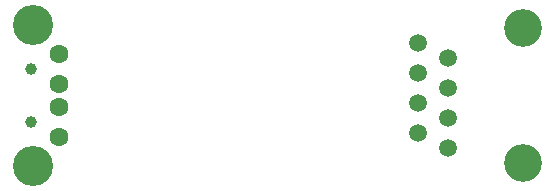
<source format=gbr>
%TF.GenerationSoftware,KiCad,Pcbnew,(6.0.4)*%
%TF.CreationDate,2023-01-25T11:34:55+09:00*%
%TF.ProjectId,naraetracker-usb-convertor,6e617261-6574-4726-9163-6b65722d7573,rev?*%
%TF.SameCoordinates,Original*%
%TF.FileFunction,Soldermask,Bot*%
%TF.FilePolarity,Negative*%
%FSLAX46Y46*%
G04 Gerber Fmt 4.6, Leading zero omitted, Abs format (unit mm)*
G04 Created by KiCad (PCBNEW (6.0.4)) date 2023-01-25 11:34:55*
%MOMM*%
%LPD*%
G01*
G04 APERTURE LIST*
%ADD10C,3.200000*%
%ADD11C,1.520000*%
%ADD12C,1.000000*%
%ADD13C,1.600000*%
%ADD14C,3.400000*%
G04 APERTURE END LIST*
D10*
%TO.C,RJ1*%
X146812000Y-94620000D03*
X146812000Y-83190000D03*
D11*
X140462000Y-93340000D03*
X137922000Y-92070000D03*
X140462000Y-90800000D03*
X137922000Y-89530000D03*
X140462000Y-88270000D03*
X137922000Y-87000000D03*
X140462000Y-85720000D03*
X137922000Y-84460000D03*
%TD*%
D12*
%TO.C,USB1*%
X105191000Y-91150000D03*
X105191000Y-86650000D03*
D13*
X107541000Y-92400000D03*
X107541000Y-89900000D03*
X107541000Y-87900000D03*
X107521000Y-85400000D03*
D14*
X105381000Y-94900000D03*
X105381000Y-82900000D03*
%TD*%
M02*

</source>
